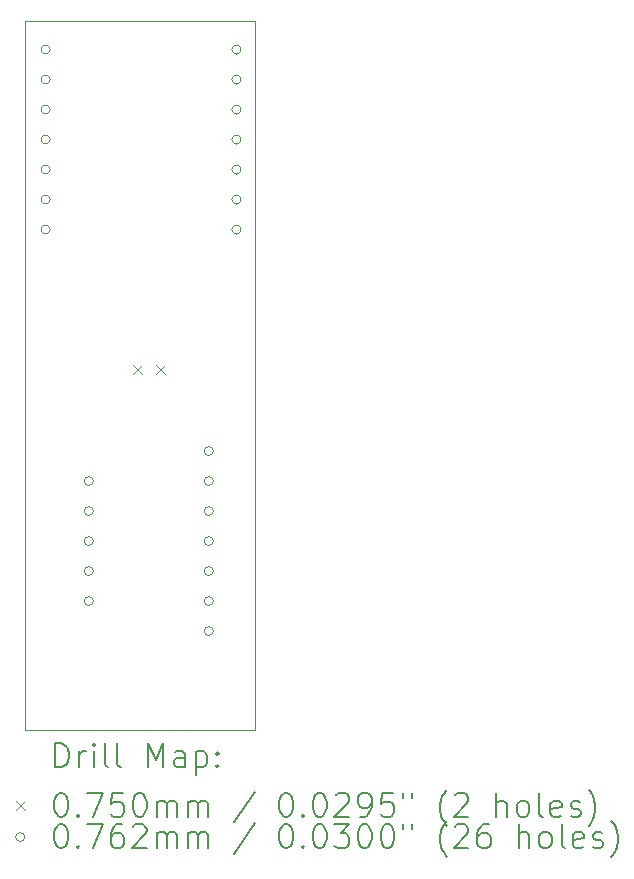
<source format=gbr>
%TF.GenerationSoftware,KiCad,Pcbnew,8.0.1*%
%TF.CreationDate,2024-04-20T15:27:41+02:00*%
%TF.ProjectId,systek_jumpsensor,73797374-656b-45f6-9a75-6d7073656e73,rev?*%
%TF.SameCoordinates,Original*%
%TF.FileFunction,Drillmap*%
%TF.FilePolarity,Positive*%
%FSLAX45Y45*%
G04 Gerber Fmt 4.5, Leading zero omitted, Abs format (unit mm)*
G04 Created by KiCad (PCBNEW 8.0.1) date 2024-04-20 15:27:41*
%MOMM*%
%LPD*%
G01*
G04 APERTURE LIST*
%ADD10C,0.050000*%
%ADD11C,0.200000*%
%ADD12C,0.100000*%
G04 APERTURE END LIST*
D10*
X13650000Y-7500000D02*
X15600000Y-7500000D01*
X15600000Y-13500000D01*
X13650000Y-13500000D01*
X13650000Y-7500000D01*
D11*
D12*
X14562500Y-10412500D02*
X14637500Y-10487500D01*
X14637500Y-10412500D02*
X14562500Y-10487500D01*
X14762500Y-10412500D02*
X14837500Y-10487500D01*
X14837500Y-10412500D02*
X14762500Y-10487500D01*
X13862212Y-7738380D02*
G75*
G02*
X13786012Y-7738380I-38100J0D01*
G01*
X13786012Y-7738380D02*
G75*
G02*
X13862212Y-7738380I38100J0D01*
G01*
X13862212Y-7992380D02*
G75*
G02*
X13786012Y-7992380I-38100J0D01*
G01*
X13786012Y-7992380D02*
G75*
G02*
X13862212Y-7992380I38100J0D01*
G01*
X13862212Y-8246380D02*
G75*
G02*
X13786012Y-8246380I-38100J0D01*
G01*
X13786012Y-8246380D02*
G75*
G02*
X13862212Y-8246380I38100J0D01*
G01*
X13862212Y-8500380D02*
G75*
G02*
X13786012Y-8500380I-38100J0D01*
G01*
X13786012Y-8500380D02*
G75*
G02*
X13862212Y-8500380I38100J0D01*
G01*
X13862212Y-8754380D02*
G75*
G02*
X13786012Y-8754380I-38100J0D01*
G01*
X13786012Y-8754380D02*
G75*
G02*
X13862212Y-8754380I38100J0D01*
G01*
X13862212Y-9008380D02*
G75*
G02*
X13786012Y-9008380I-38100J0D01*
G01*
X13786012Y-9008380D02*
G75*
G02*
X13862212Y-9008380I38100J0D01*
G01*
X13862212Y-9262380D02*
G75*
G02*
X13786012Y-9262380I-38100J0D01*
G01*
X13786012Y-9262380D02*
G75*
G02*
X13862212Y-9262380I38100J0D01*
G01*
X14228700Y-11392000D02*
G75*
G02*
X14152500Y-11392000I-38100J0D01*
G01*
X14152500Y-11392000D02*
G75*
G02*
X14228700Y-11392000I38100J0D01*
G01*
X14228700Y-11646000D02*
G75*
G02*
X14152500Y-11646000I-38100J0D01*
G01*
X14152500Y-11646000D02*
G75*
G02*
X14228700Y-11646000I38100J0D01*
G01*
X14228700Y-11900000D02*
G75*
G02*
X14152500Y-11900000I-38100J0D01*
G01*
X14152500Y-11900000D02*
G75*
G02*
X14228700Y-11900000I38100J0D01*
G01*
X14228700Y-12154000D02*
G75*
G02*
X14152500Y-12154000I-38100J0D01*
G01*
X14152500Y-12154000D02*
G75*
G02*
X14228700Y-12154000I38100J0D01*
G01*
X14228700Y-12408000D02*
G75*
G02*
X14152500Y-12408000I-38100J0D01*
G01*
X14152500Y-12408000D02*
G75*
G02*
X14228700Y-12408000I38100J0D01*
G01*
X15244700Y-11138000D02*
G75*
G02*
X15168500Y-11138000I-38100J0D01*
G01*
X15168500Y-11138000D02*
G75*
G02*
X15244700Y-11138000I38100J0D01*
G01*
X15244700Y-11392000D02*
G75*
G02*
X15168500Y-11392000I-38100J0D01*
G01*
X15168500Y-11392000D02*
G75*
G02*
X15244700Y-11392000I38100J0D01*
G01*
X15244700Y-11646000D02*
G75*
G02*
X15168500Y-11646000I-38100J0D01*
G01*
X15168500Y-11646000D02*
G75*
G02*
X15244700Y-11646000I38100J0D01*
G01*
X15244700Y-11900000D02*
G75*
G02*
X15168500Y-11900000I-38100J0D01*
G01*
X15168500Y-11900000D02*
G75*
G02*
X15244700Y-11900000I38100J0D01*
G01*
X15244700Y-12154000D02*
G75*
G02*
X15168500Y-12154000I-38100J0D01*
G01*
X15168500Y-12154000D02*
G75*
G02*
X15244700Y-12154000I38100J0D01*
G01*
X15244700Y-12408000D02*
G75*
G02*
X15168500Y-12408000I-38100J0D01*
G01*
X15168500Y-12408000D02*
G75*
G02*
X15244700Y-12408000I38100J0D01*
G01*
X15244700Y-12662000D02*
G75*
G02*
X15168500Y-12662000I-38100J0D01*
G01*
X15168500Y-12662000D02*
G75*
G02*
X15244700Y-12662000I38100J0D01*
G01*
X15478668Y-7738380D02*
G75*
G02*
X15402468Y-7738380I-38100J0D01*
G01*
X15402468Y-7738380D02*
G75*
G02*
X15478668Y-7738380I38100J0D01*
G01*
X15478668Y-7992380D02*
G75*
G02*
X15402468Y-7992380I-38100J0D01*
G01*
X15402468Y-7992380D02*
G75*
G02*
X15478668Y-7992380I38100J0D01*
G01*
X15478668Y-8246380D02*
G75*
G02*
X15402468Y-8246380I-38100J0D01*
G01*
X15402468Y-8246380D02*
G75*
G02*
X15478668Y-8246380I38100J0D01*
G01*
X15478668Y-8500380D02*
G75*
G02*
X15402468Y-8500380I-38100J0D01*
G01*
X15402468Y-8500380D02*
G75*
G02*
X15478668Y-8500380I38100J0D01*
G01*
X15478668Y-8754380D02*
G75*
G02*
X15402468Y-8754380I-38100J0D01*
G01*
X15402468Y-8754380D02*
G75*
G02*
X15478668Y-8754380I38100J0D01*
G01*
X15478668Y-9008380D02*
G75*
G02*
X15402468Y-9008380I-38100J0D01*
G01*
X15402468Y-9008380D02*
G75*
G02*
X15478668Y-9008380I38100J0D01*
G01*
X15478668Y-9262380D02*
G75*
G02*
X15402468Y-9262380I-38100J0D01*
G01*
X15402468Y-9262380D02*
G75*
G02*
X15478668Y-9262380I38100J0D01*
G01*
D11*
X13908277Y-13813984D02*
X13908277Y-13613984D01*
X13908277Y-13613984D02*
X13955896Y-13613984D01*
X13955896Y-13613984D02*
X13984467Y-13623508D01*
X13984467Y-13623508D02*
X14003515Y-13642555D01*
X14003515Y-13642555D02*
X14013039Y-13661603D01*
X14013039Y-13661603D02*
X14022562Y-13699698D01*
X14022562Y-13699698D02*
X14022562Y-13728269D01*
X14022562Y-13728269D02*
X14013039Y-13766365D01*
X14013039Y-13766365D02*
X14003515Y-13785412D01*
X14003515Y-13785412D02*
X13984467Y-13804460D01*
X13984467Y-13804460D02*
X13955896Y-13813984D01*
X13955896Y-13813984D02*
X13908277Y-13813984D01*
X14108277Y-13813984D02*
X14108277Y-13680650D01*
X14108277Y-13718746D02*
X14117801Y-13699698D01*
X14117801Y-13699698D02*
X14127324Y-13690174D01*
X14127324Y-13690174D02*
X14146372Y-13680650D01*
X14146372Y-13680650D02*
X14165420Y-13680650D01*
X14232086Y-13813984D02*
X14232086Y-13680650D01*
X14232086Y-13613984D02*
X14222562Y-13623508D01*
X14222562Y-13623508D02*
X14232086Y-13633031D01*
X14232086Y-13633031D02*
X14241610Y-13623508D01*
X14241610Y-13623508D02*
X14232086Y-13613984D01*
X14232086Y-13613984D02*
X14232086Y-13633031D01*
X14355896Y-13813984D02*
X14336848Y-13804460D01*
X14336848Y-13804460D02*
X14327324Y-13785412D01*
X14327324Y-13785412D02*
X14327324Y-13613984D01*
X14460658Y-13813984D02*
X14441610Y-13804460D01*
X14441610Y-13804460D02*
X14432086Y-13785412D01*
X14432086Y-13785412D02*
X14432086Y-13613984D01*
X14689229Y-13813984D02*
X14689229Y-13613984D01*
X14689229Y-13613984D02*
X14755896Y-13756841D01*
X14755896Y-13756841D02*
X14822562Y-13613984D01*
X14822562Y-13613984D02*
X14822562Y-13813984D01*
X15003515Y-13813984D02*
X15003515Y-13709222D01*
X15003515Y-13709222D02*
X14993991Y-13690174D01*
X14993991Y-13690174D02*
X14974943Y-13680650D01*
X14974943Y-13680650D02*
X14936848Y-13680650D01*
X14936848Y-13680650D02*
X14917801Y-13690174D01*
X15003515Y-13804460D02*
X14984467Y-13813984D01*
X14984467Y-13813984D02*
X14936848Y-13813984D01*
X14936848Y-13813984D02*
X14917801Y-13804460D01*
X14917801Y-13804460D02*
X14908277Y-13785412D01*
X14908277Y-13785412D02*
X14908277Y-13766365D01*
X14908277Y-13766365D02*
X14917801Y-13747317D01*
X14917801Y-13747317D02*
X14936848Y-13737793D01*
X14936848Y-13737793D02*
X14984467Y-13737793D01*
X14984467Y-13737793D02*
X15003515Y-13728269D01*
X15098753Y-13680650D02*
X15098753Y-13880650D01*
X15098753Y-13690174D02*
X15117801Y-13680650D01*
X15117801Y-13680650D02*
X15155896Y-13680650D01*
X15155896Y-13680650D02*
X15174943Y-13690174D01*
X15174943Y-13690174D02*
X15184467Y-13699698D01*
X15184467Y-13699698D02*
X15193991Y-13718746D01*
X15193991Y-13718746D02*
X15193991Y-13775888D01*
X15193991Y-13775888D02*
X15184467Y-13794936D01*
X15184467Y-13794936D02*
X15174943Y-13804460D01*
X15174943Y-13804460D02*
X15155896Y-13813984D01*
X15155896Y-13813984D02*
X15117801Y-13813984D01*
X15117801Y-13813984D02*
X15098753Y-13804460D01*
X15279705Y-13794936D02*
X15289229Y-13804460D01*
X15289229Y-13804460D02*
X15279705Y-13813984D01*
X15279705Y-13813984D02*
X15270182Y-13804460D01*
X15270182Y-13804460D02*
X15279705Y-13794936D01*
X15279705Y-13794936D02*
X15279705Y-13813984D01*
X15279705Y-13690174D02*
X15289229Y-13699698D01*
X15289229Y-13699698D02*
X15279705Y-13709222D01*
X15279705Y-13709222D02*
X15270182Y-13699698D01*
X15270182Y-13699698D02*
X15279705Y-13690174D01*
X15279705Y-13690174D02*
X15279705Y-13709222D01*
D12*
X13572500Y-14105000D02*
X13647500Y-14180000D01*
X13647500Y-14105000D02*
X13572500Y-14180000D01*
D11*
X13946372Y-14033984D02*
X13965420Y-14033984D01*
X13965420Y-14033984D02*
X13984467Y-14043508D01*
X13984467Y-14043508D02*
X13993991Y-14053031D01*
X13993991Y-14053031D02*
X14003515Y-14072079D01*
X14003515Y-14072079D02*
X14013039Y-14110174D01*
X14013039Y-14110174D02*
X14013039Y-14157793D01*
X14013039Y-14157793D02*
X14003515Y-14195888D01*
X14003515Y-14195888D02*
X13993991Y-14214936D01*
X13993991Y-14214936D02*
X13984467Y-14224460D01*
X13984467Y-14224460D02*
X13965420Y-14233984D01*
X13965420Y-14233984D02*
X13946372Y-14233984D01*
X13946372Y-14233984D02*
X13927324Y-14224460D01*
X13927324Y-14224460D02*
X13917801Y-14214936D01*
X13917801Y-14214936D02*
X13908277Y-14195888D01*
X13908277Y-14195888D02*
X13898753Y-14157793D01*
X13898753Y-14157793D02*
X13898753Y-14110174D01*
X13898753Y-14110174D02*
X13908277Y-14072079D01*
X13908277Y-14072079D02*
X13917801Y-14053031D01*
X13917801Y-14053031D02*
X13927324Y-14043508D01*
X13927324Y-14043508D02*
X13946372Y-14033984D01*
X14098753Y-14214936D02*
X14108277Y-14224460D01*
X14108277Y-14224460D02*
X14098753Y-14233984D01*
X14098753Y-14233984D02*
X14089229Y-14224460D01*
X14089229Y-14224460D02*
X14098753Y-14214936D01*
X14098753Y-14214936D02*
X14098753Y-14233984D01*
X14174943Y-14033984D02*
X14308277Y-14033984D01*
X14308277Y-14033984D02*
X14222562Y-14233984D01*
X14479705Y-14033984D02*
X14384467Y-14033984D01*
X14384467Y-14033984D02*
X14374943Y-14129222D01*
X14374943Y-14129222D02*
X14384467Y-14119698D01*
X14384467Y-14119698D02*
X14403515Y-14110174D01*
X14403515Y-14110174D02*
X14451134Y-14110174D01*
X14451134Y-14110174D02*
X14470182Y-14119698D01*
X14470182Y-14119698D02*
X14479705Y-14129222D01*
X14479705Y-14129222D02*
X14489229Y-14148269D01*
X14489229Y-14148269D02*
X14489229Y-14195888D01*
X14489229Y-14195888D02*
X14479705Y-14214936D01*
X14479705Y-14214936D02*
X14470182Y-14224460D01*
X14470182Y-14224460D02*
X14451134Y-14233984D01*
X14451134Y-14233984D02*
X14403515Y-14233984D01*
X14403515Y-14233984D02*
X14384467Y-14224460D01*
X14384467Y-14224460D02*
X14374943Y-14214936D01*
X14613039Y-14033984D02*
X14632086Y-14033984D01*
X14632086Y-14033984D02*
X14651134Y-14043508D01*
X14651134Y-14043508D02*
X14660658Y-14053031D01*
X14660658Y-14053031D02*
X14670182Y-14072079D01*
X14670182Y-14072079D02*
X14679705Y-14110174D01*
X14679705Y-14110174D02*
X14679705Y-14157793D01*
X14679705Y-14157793D02*
X14670182Y-14195888D01*
X14670182Y-14195888D02*
X14660658Y-14214936D01*
X14660658Y-14214936D02*
X14651134Y-14224460D01*
X14651134Y-14224460D02*
X14632086Y-14233984D01*
X14632086Y-14233984D02*
X14613039Y-14233984D01*
X14613039Y-14233984D02*
X14593991Y-14224460D01*
X14593991Y-14224460D02*
X14584467Y-14214936D01*
X14584467Y-14214936D02*
X14574943Y-14195888D01*
X14574943Y-14195888D02*
X14565420Y-14157793D01*
X14565420Y-14157793D02*
X14565420Y-14110174D01*
X14565420Y-14110174D02*
X14574943Y-14072079D01*
X14574943Y-14072079D02*
X14584467Y-14053031D01*
X14584467Y-14053031D02*
X14593991Y-14043508D01*
X14593991Y-14043508D02*
X14613039Y-14033984D01*
X14765420Y-14233984D02*
X14765420Y-14100650D01*
X14765420Y-14119698D02*
X14774943Y-14110174D01*
X14774943Y-14110174D02*
X14793991Y-14100650D01*
X14793991Y-14100650D02*
X14822563Y-14100650D01*
X14822563Y-14100650D02*
X14841610Y-14110174D01*
X14841610Y-14110174D02*
X14851134Y-14129222D01*
X14851134Y-14129222D02*
X14851134Y-14233984D01*
X14851134Y-14129222D02*
X14860658Y-14110174D01*
X14860658Y-14110174D02*
X14879705Y-14100650D01*
X14879705Y-14100650D02*
X14908277Y-14100650D01*
X14908277Y-14100650D02*
X14927324Y-14110174D01*
X14927324Y-14110174D02*
X14936848Y-14129222D01*
X14936848Y-14129222D02*
X14936848Y-14233984D01*
X15032086Y-14233984D02*
X15032086Y-14100650D01*
X15032086Y-14119698D02*
X15041610Y-14110174D01*
X15041610Y-14110174D02*
X15060658Y-14100650D01*
X15060658Y-14100650D02*
X15089229Y-14100650D01*
X15089229Y-14100650D02*
X15108277Y-14110174D01*
X15108277Y-14110174D02*
X15117801Y-14129222D01*
X15117801Y-14129222D02*
X15117801Y-14233984D01*
X15117801Y-14129222D02*
X15127324Y-14110174D01*
X15127324Y-14110174D02*
X15146372Y-14100650D01*
X15146372Y-14100650D02*
X15174943Y-14100650D01*
X15174943Y-14100650D02*
X15193991Y-14110174D01*
X15193991Y-14110174D02*
X15203515Y-14129222D01*
X15203515Y-14129222D02*
X15203515Y-14233984D01*
X15593991Y-14024460D02*
X15422563Y-14281603D01*
X15851134Y-14033984D02*
X15870182Y-14033984D01*
X15870182Y-14033984D02*
X15889229Y-14043508D01*
X15889229Y-14043508D02*
X15898753Y-14053031D01*
X15898753Y-14053031D02*
X15908277Y-14072079D01*
X15908277Y-14072079D02*
X15917801Y-14110174D01*
X15917801Y-14110174D02*
X15917801Y-14157793D01*
X15917801Y-14157793D02*
X15908277Y-14195888D01*
X15908277Y-14195888D02*
X15898753Y-14214936D01*
X15898753Y-14214936D02*
X15889229Y-14224460D01*
X15889229Y-14224460D02*
X15870182Y-14233984D01*
X15870182Y-14233984D02*
X15851134Y-14233984D01*
X15851134Y-14233984D02*
X15832086Y-14224460D01*
X15832086Y-14224460D02*
X15822563Y-14214936D01*
X15822563Y-14214936D02*
X15813039Y-14195888D01*
X15813039Y-14195888D02*
X15803515Y-14157793D01*
X15803515Y-14157793D02*
X15803515Y-14110174D01*
X15803515Y-14110174D02*
X15813039Y-14072079D01*
X15813039Y-14072079D02*
X15822563Y-14053031D01*
X15822563Y-14053031D02*
X15832086Y-14043508D01*
X15832086Y-14043508D02*
X15851134Y-14033984D01*
X16003515Y-14214936D02*
X16013039Y-14224460D01*
X16013039Y-14224460D02*
X16003515Y-14233984D01*
X16003515Y-14233984D02*
X15993991Y-14224460D01*
X15993991Y-14224460D02*
X16003515Y-14214936D01*
X16003515Y-14214936D02*
X16003515Y-14233984D01*
X16136848Y-14033984D02*
X16155896Y-14033984D01*
X16155896Y-14033984D02*
X16174944Y-14043508D01*
X16174944Y-14043508D02*
X16184467Y-14053031D01*
X16184467Y-14053031D02*
X16193991Y-14072079D01*
X16193991Y-14072079D02*
X16203515Y-14110174D01*
X16203515Y-14110174D02*
X16203515Y-14157793D01*
X16203515Y-14157793D02*
X16193991Y-14195888D01*
X16193991Y-14195888D02*
X16184467Y-14214936D01*
X16184467Y-14214936D02*
X16174944Y-14224460D01*
X16174944Y-14224460D02*
X16155896Y-14233984D01*
X16155896Y-14233984D02*
X16136848Y-14233984D01*
X16136848Y-14233984D02*
X16117801Y-14224460D01*
X16117801Y-14224460D02*
X16108277Y-14214936D01*
X16108277Y-14214936D02*
X16098753Y-14195888D01*
X16098753Y-14195888D02*
X16089229Y-14157793D01*
X16089229Y-14157793D02*
X16089229Y-14110174D01*
X16089229Y-14110174D02*
X16098753Y-14072079D01*
X16098753Y-14072079D02*
X16108277Y-14053031D01*
X16108277Y-14053031D02*
X16117801Y-14043508D01*
X16117801Y-14043508D02*
X16136848Y-14033984D01*
X16279706Y-14053031D02*
X16289229Y-14043508D01*
X16289229Y-14043508D02*
X16308277Y-14033984D01*
X16308277Y-14033984D02*
X16355896Y-14033984D01*
X16355896Y-14033984D02*
X16374944Y-14043508D01*
X16374944Y-14043508D02*
X16384467Y-14053031D01*
X16384467Y-14053031D02*
X16393991Y-14072079D01*
X16393991Y-14072079D02*
X16393991Y-14091127D01*
X16393991Y-14091127D02*
X16384467Y-14119698D01*
X16384467Y-14119698D02*
X16270182Y-14233984D01*
X16270182Y-14233984D02*
X16393991Y-14233984D01*
X16489229Y-14233984D02*
X16527325Y-14233984D01*
X16527325Y-14233984D02*
X16546372Y-14224460D01*
X16546372Y-14224460D02*
X16555896Y-14214936D01*
X16555896Y-14214936D02*
X16574944Y-14186365D01*
X16574944Y-14186365D02*
X16584467Y-14148269D01*
X16584467Y-14148269D02*
X16584467Y-14072079D01*
X16584467Y-14072079D02*
X16574944Y-14053031D01*
X16574944Y-14053031D02*
X16565420Y-14043508D01*
X16565420Y-14043508D02*
X16546372Y-14033984D01*
X16546372Y-14033984D02*
X16508277Y-14033984D01*
X16508277Y-14033984D02*
X16489229Y-14043508D01*
X16489229Y-14043508D02*
X16479706Y-14053031D01*
X16479706Y-14053031D02*
X16470182Y-14072079D01*
X16470182Y-14072079D02*
X16470182Y-14119698D01*
X16470182Y-14119698D02*
X16479706Y-14138746D01*
X16479706Y-14138746D02*
X16489229Y-14148269D01*
X16489229Y-14148269D02*
X16508277Y-14157793D01*
X16508277Y-14157793D02*
X16546372Y-14157793D01*
X16546372Y-14157793D02*
X16565420Y-14148269D01*
X16565420Y-14148269D02*
X16574944Y-14138746D01*
X16574944Y-14138746D02*
X16584467Y-14119698D01*
X16765420Y-14033984D02*
X16670182Y-14033984D01*
X16670182Y-14033984D02*
X16660658Y-14129222D01*
X16660658Y-14129222D02*
X16670182Y-14119698D01*
X16670182Y-14119698D02*
X16689229Y-14110174D01*
X16689229Y-14110174D02*
X16736848Y-14110174D01*
X16736848Y-14110174D02*
X16755896Y-14119698D01*
X16755896Y-14119698D02*
X16765420Y-14129222D01*
X16765420Y-14129222D02*
X16774944Y-14148269D01*
X16774944Y-14148269D02*
X16774944Y-14195888D01*
X16774944Y-14195888D02*
X16765420Y-14214936D01*
X16765420Y-14214936D02*
X16755896Y-14224460D01*
X16755896Y-14224460D02*
X16736848Y-14233984D01*
X16736848Y-14233984D02*
X16689229Y-14233984D01*
X16689229Y-14233984D02*
X16670182Y-14224460D01*
X16670182Y-14224460D02*
X16660658Y-14214936D01*
X16851134Y-14033984D02*
X16851134Y-14072079D01*
X16927325Y-14033984D02*
X16927325Y-14072079D01*
X17222563Y-14310174D02*
X17213039Y-14300650D01*
X17213039Y-14300650D02*
X17193991Y-14272079D01*
X17193991Y-14272079D02*
X17184468Y-14253031D01*
X17184468Y-14253031D02*
X17174944Y-14224460D01*
X17174944Y-14224460D02*
X17165420Y-14176841D01*
X17165420Y-14176841D02*
X17165420Y-14138746D01*
X17165420Y-14138746D02*
X17174944Y-14091127D01*
X17174944Y-14091127D02*
X17184468Y-14062555D01*
X17184468Y-14062555D02*
X17193991Y-14043508D01*
X17193991Y-14043508D02*
X17213039Y-14014936D01*
X17213039Y-14014936D02*
X17222563Y-14005412D01*
X17289230Y-14053031D02*
X17298753Y-14043508D01*
X17298753Y-14043508D02*
X17317801Y-14033984D01*
X17317801Y-14033984D02*
X17365420Y-14033984D01*
X17365420Y-14033984D02*
X17384468Y-14043508D01*
X17384468Y-14043508D02*
X17393991Y-14053031D01*
X17393991Y-14053031D02*
X17403515Y-14072079D01*
X17403515Y-14072079D02*
X17403515Y-14091127D01*
X17403515Y-14091127D02*
X17393991Y-14119698D01*
X17393991Y-14119698D02*
X17279706Y-14233984D01*
X17279706Y-14233984D02*
X17403515Y-14233984D01*
X17641611Y-14233984D02*
X17641611Y-14033984D01*
X17727325Y-14233984D02*
X17727325Y-14129222D01*
X17727325Y-14129222D02*
X17717801Y-14110174D01*
X17717801Y-14110174D02*
X17698753Y-14100650D01*
X17698753Y-14100650D02*
X17670182Y-14100650D01*
X17670182Y-14100650D02*
X17651134Y-14110174D01*
X17651134Y-14110174D02*
X17641611Y-14119698D01*
X17851134Y-14233984D02*
X17832087Y-14224460D01*
X17832087Y-14224460D02*
X17822563Y-14214936D01*
X17822563Y-14214936D02*
X17813039Y-14195888D01*
X17813039Y-14195888D02*
X17813039Y-14138746D01*
X17813039Y-14138746D02*
X17822563Y-14119698D01*
X17822563Y-14119698D02*
X17832087Y-14110174D01*
X17832087Y-14110174D02*
X17851134Y-14100650D01*
X17851134Y-14100650D02*
X17879706Y-14100650D01*
X17879706Y-14100650D02*
X17898753Y-14110174D01*
X17898753Y-14110174D02*
X17908277Y-14119698D01*
X17908277Y-14119698D02*
X17917801Y-14138746D01*
X17917801Y-14138746D02*
X17917801Y-14195888D01*
X17917801Y-14195888D02*
X17908277Y-14214936D01*
X17908277Y-14214936D02*
X17898753Y-14224460D01*
X17898753Y-14224460D02*
X17879706Y-14233984D01*
X17879706Y-14233984D02*
X17851134Y-14233984D01*
X18032087Y-14233984D02*
X18013039Y-14224460D01*
X18013039Y-14224460D02*
X18003515Y-14205412D01*
X18003515Y-14205412D02*
X18003515Y-14033984D01*
X18184468Y-14224460D02*
X18165420Y-14233984D01*
X18165420Y-14233984D02*
X18127325Y-14233984D01*
X18127325Y-14233984D02*
X18108277Y-14224460D01*
X18108277Y-14224460D02*
X18098753Y-14205412D01*
X18098753Y-14205412D02*
X18098753Y-14129222D01*
X18098753Y-14129222D02*
X18108277Y-14110174D01*
X18108277Y-14110174D02*
X18127325Y-14100650D01*
X18127325Y-14100650D02*
X18165420Y-14100650D01*
X18165420Y-14100650D02*
X18184468Y-14110174D01*
X18184468Y-14110174D02*
X18193992Y-14129222D01*
X18193992Y-14129222D02*
X18193992Y-14148269D01*
X18193992Y-14148269D02*
X18098753Y-14167317D01*
X18270182Y-14224460D02*
X18289230Y-14233984D01*
X18289230Y-14233984D02*
X18327325Y-14233984D01*
X18327325Y-14233984D02*
X18346373Y-14224460D01*
X18346373Y-14224460D02*
X18355896Y-14205412D01*
X18355896Y-14205412D02*
X18355896Y-14195888D01*
X18355896Y-14195888D02*
X18346373Y-14176841D01*
X18346373Y-14176841D02*
X18327325Y-14167317D01*
X18327325Y-14167317D02*
X18298753Y-14167317D01*
X18298753Y-14167317D02*
X18279706Y-14157793D01*
X18279706Y-14157793D02*
X18270182Y-14138746D01*
X18270182Y-14138746D02*
X18270182Y-14129222D01*
X18270182Y-14129222D02*
X18279706Y-14110174D01*
X18279706Y-14110174D02*
X18298753Y-14100650D01*
X18298753Y-14100650D02*
X18327325Y-14100650D01*
X18327325Y-14100650D02*
X18346373Y-14110174D01*
X18422563Y-14310174D02*
X18432087Y-14300650D01*
X18432087Y-14300650D02*
X18451134Y-14272079D01*
X18451134Y-14272079D02*
X18460658Y-14253031D01*
X18460658Y-14253031D02*
X18470182Y-14224460D01*
X18470182Y-14224460D02*
X18479706Y-14176841D01*
X18479706Y-14176841D02*
X18479706Y-14138746D01*
X18479706Y-14138746D02*
X18470182Y-14091127D01*
X18470182Y-14091127D02*
X18460658Y-14062555D01*
X18460658Y-14062555D02*
X18451134Y-14043508D01*
X18451134Y-14043508D02*
X18432087Y-14014936D01*
X18432087Y-14014936D02*
X18422563Y-14005412D01*
D12*
X13647500Y-14406500D02*
G75*
G02*
X13571300Y-14406500I-38100J0D01*
G01*
X13571300Y-14406500D02*
G75*
G02*
X13647500Y-14406500I38100J0D01*
G01*
D11*
X13946372Y-14297984D02*
X13965420Y-14297984D01*
X13965420Y-14297984D02*
X13984467Y-14307508D01*
X13984467Y-14307508D02*
X13993991Y-14317031D01*
X13993991Y-14317031D02*
X14003515Y-14336079D01*
X14003515Y-14336079D02*
X14013039Y-14374174D01*
X14013039Y-14374174D02*
X14013039Y-14421793D01*
X14013039Y-14421793D02*
X14003515Y-14459888D01*
X14003515Y-14459888D02*
X13993991Y-14478936D01*
X13993991Y-14478936D02*
X13984467Y-14488460D01*
X13984467Y-14488460D02*
X13965420Y-14497984D01*
X13965420Y-14497984D02*
X13946372Y-14497984D01*
X13946372Y-14497984D02*
X13927324Y-14488460D01*
X13927324Y-14488460D02*
X13917801Y-14478936D01*
X13917801Y-14478936D02*
X13908277Y-14459888D01*
X13908277Y-14459888D02*
X13898753Y-14421793D01*
X13898753Y-14421793D02*
X13898753Y-14374174D01*
X13898753Y-14374174D02*
X13908277Y-14336079D01*
X13908277Y-14336079D02*
X13917801Y-14317031D01*
X13917801Y-14317031D02*
X13927324Y-14307508D01*
X13927324Y-14307508D02*
X13946372Y-14297984D01*
X14098753Y-14478936D02*
X14108277Y-14488460D01*
X14108277Y-14488460D02*
X14098753Y-14497984D01*
X14098753Y-14497984D02*
X14089229Y-14488460D01*
X14089229Y-14488460D02*
X14098753Y-14478936D01*
X14098753Y-14478936D02*
X14098753Y-14497984D01*
X14174943Y-14297984D02*
X14308277Y-14297984D01*
X14308277Y-14297984D02*
X14222562Y-14497984D01*
X14470182Y-14297984D02*
X14432086Y-14297984D01*
X14432086Y-14297984D02*
X14413039Y-14307508D01*
X14413039Y-14307508D02*
X14403515Y-14317031D01*
X14403515Y-14317031D02*
X14384467Y-14345603D01*
X14384467Y-14345603D02*
X14374943Y-14383698D01*
X14374943Y-14383698D02*
X14374943Y-14459888D01*
X14374943Y-14459888D02*
X14384467Y-14478936D01*
X14384467Y-14478936D02*
X14393991Y-14488460D01*
X14393991Y-14488460D02*
X14413039Y-14497984D01*
X14413039Y-14497984D02*
X14451134Y-14497984D01*
X14451134Y-14497984D02*
X14470182Y-14488460D01*
X14470182Y-14488460D02*
X14479705Y-14478936D01*
X14479705Y-14478936D02*
X14489229Y-14459888D01*
X14489229Y-14459888D02*
X14489229Y-14412269D01*
X14489229Y-14412269D02*
X14479705Y-14393222D01*
X14479705Y-14393222D02*
X14470182Y-14383698D01*
X14470182Y-14383698D02*
X14451134Y-14374174D01*
X14451134Y-14374174D02*
X14413039Y-14374174D01*
X14413039Y-14374174D02*
X14393991Y-14383698D01*
X14393991Y-14383698D02*
X14384467Y-14393222D01*
X14384467Y-14393222D02*
X14374943Y-14412269D01*
X14565420Y-14317031D02*
X14574943Y-14307508D01*
X14574943Y-14307508D02*
X14593991Y-14297984D01*
X14593991Y-14297984D02*
X14641610Y-14297984D01*
X14641610Y-14297984D02*
X14660658Y-14307508D01*
X14660658Y-14307508D02*
X14670182Y-14317031D01*
X14670182Y-14317031D02*
X14679705Y-14336079D01*
X14679705Y-14336079D02*
X14679705Y-14355127D01*
X14679705Y-14355127D02*
X14670182Y-14383698D01*
X14670182Y-14383698D02*
X14555896Y-14497984D01*
X14555896Y-14497984D02*
X14679705Y-14497984D01*
X14765420Y-14497984D02*
X14765420Y-14364650D01*
X14765420Y-14383698D02*
X14774943Y-14374174D01*
X14774943Y-14374174D02*
X14793991Y-14364650D01*
X14793991Y-14364650D02*
X14822563Y-14364650D01*
X14822563Y-14364650D02*
X14841610Y-14374174D01*
X14841610Y-14374174D02*
X14851134Y-14393222D01*
X14851134Y-14393222D02*
X14851134Y-14497984D01*
X14851134Y-14393222D02*
X14860658Y-14374174D01*
X14860658Y-14374174D02*
X14879705Y-14364650D01*
X14879705Y-14364650D02*
X14908277Y-14364650D01*
X14908277Y-14364650D02*
X14927324Y-14374174D01*
X14927324Y-14374174D02*
X14936848Y-14393222D01*
X14936848Y-14393222D02*
X14936848Y-14497984D01*
X15032086Y-14497984D02*
X15032086Y-14364650D01*
X15032086Y-14383698D02*
X15041610Y-14374174D01*
X15041610Y-14374174D02*
X15060658Y-14364650D01*
X15060658Y-14364650D02*
X15089229Y-14364650D01*
X15089229Y-14364650D02*
X15108277Y-14374174D01*
X15108277Y-14374174D02*
X15117801Y-14393222D01*
X15117801Y-14393222D02*
X15117801Y-14497984D01*
X15117801Y-14393222D02*
X15127324Y-14374174D01*
X15127324Y-14374174D02*
X15146372Y-14364650D01*
X15146372Y-14364650D02*
X15174943Y-14364650D01*
X15174943Y-14364650D02*
X15193991Y-14374174D01*
X15193991Y-14374174D02*
X15203515Y-14393222D01*
X15203515Y-14393222D02*
X15203515Y-14497984D01*
X15593991Y-14288460D02*
X15422563Y-14545603D01*
X15851134Y-14297984D02*
X15870182Y-14297984D01*
X15870182Y-14297984D02*
X15889229Y-14307508D01*
X15889229Y-14307508D02*
X15898753Y-14317031D01*
X15898753Y-14317031D02*
X15908277Y-14336079D01*
X15908277Y-14336079D02*
X15917801Y-14374174D01*
X15917801Y-14374174D02*
X15917801Y-14421793D01*
X15917801Y-14421793D02*
X15908277Y-14459888D01*
X15908277Y-14459888D02*
X15898753Y-14478936D01*
X15898753Y-14478936D02*
X15889229Y-14488460D01*
X15889229Y-14488460D02*
X15870182Y-14497984D01*
X15870182Y-14497984D02*
X15851134Y-14497984D01*
X15851134Y-14497984D02*
X15832086Y-14488460D01*
X15832086Y-14488460D02*
X15822563Y-14478936D01*
X15822563Y-14478936D02*
X15813039Y-14459888D01*
X15813039Y-14459888D02*
X15803515Y-14421793D01*
X15803515Y-14421793D02*
X15803515Y-14374174D01*
X15803515Y-14374174D02*
X15813039Y-14336079D01*
X15813039Y-14336079D02*
X15822563Y-14317031D01*
X15822563Y-14317031D02*
X15832086Y-14307508D01*
X15832086Y-14307508D02*
X15851134Y-14297984D01*
X16003515Y-14478936D02*
X16013039Y-14488460D01*
X16013039Y-14488460D02*
X16003515Y-14497984D01*
X16003515Y-14497984D02*
X15993991Y-14488460D01*
X15993991Y-14488460D02*
X16003515Y-14478936D01*
X16003515Y-14478936D02*
X16003515Y-14497984D01*
X16136848Y-14297984D02*
X16155896Y-14297984D01*
X16155896Y-14297984D02*
X16174944Y-14307508D01*
X16174944Y-14307508D02*
X16184467Y-14317031D01*
X16184467Y-14317031D02*
X16193991Y-14336079D01*
X16193991Y-14336079D02*
X16203515Y-14374174D01*
X16203515Y-14374174D02*
X16203515Y-14421793D01*
X16203515Y-14421793D02*
X16193991Y-14459888D01*
X16193991Y-14459888D02*
X16184467Y-14478936D01*
X16184467Y-14478936D02*
X16174944Y-14488460D01*
X16174944Y-14488460D02*
X16155896Y-14497984D01*
X16155896Y-14497984D02*
X16136848Y-14497984D01*
X16136848Y-14497984D02*
X16117801Y-14488460D01*
X16117801Y-14488460D02*
X16108277Y-14478936D01*
X16108277Y-14478936D02*
X16098753Y-14459888D01*
X16098753Y-14459888D02*
X16089229Y-14421793D01*
X16089229Y-14421793D02*
X16089229Y-14374174D01*
X16089229Y-14374174D02*
X16098753Y-14336079D01*
X16098753Y-14336079D02*
X16108277Y-14317031D01*
X16108277Y-14317031D02*
X16117801Y-14307508D01*
X16117801Y-14307508D02*
X16136848Y-14297984D01*
X16270182Y-14297984D02*
X16393991Y-14297984D01*
X16393991Y-14297984D02*
X16327325Y-14374174D01*
X16327325Y-14374174D02*
X16355896Y-14374174D01*
X16355896Y-14374174D02*
X16374944Y-14383698D01*
X16374944Y-14383698D02*
X16384467Y-14393222D01*
X16384467Y-14393222D02*
X16393991Y-14412269D01*
X16393991Y-14412269D02*
X16393991Y-14459888D01*
X16393991Y-14459888D02*
X16384467Y-14478936D01*
X16384467Y-14478936D02*
X16374944Y-14488460D01*
X16374944Y-14488460D02*
X16355896Y-14497984D01*
X16355896Y-14497984D02*
X16298753Y-14497984D01*
X16298753Y-14497984D02*
X16279706Y-14488460D01*
X16279706Y-14488460D02*
X16270182Y-14478936D01*
X16517801Y-14297984D02*
X16536848Y-14297984D01*
X16536848Y-14297984D02*
X16555896Y-14307508D01*
X16555896Y-14307508D02*
X16565420Y-14317031D01*
X16565420Y-14317031D02*
X16574944Y-14336079D01*
X16574944Y-14336079D02*
X16584467Y-14374174D01*
X16584467Y-14374174D02*
X16584467Y-14421793D01*
X16584467Y-14421793D02*
X16574944Y-14459888D01*
X16574944Y-14459888D02*
X16565420Y-14478936D01*
X16565420Y-14478936D02*
X16555896Y-14488460D01*
X16555896Y-14488460D02*
X16536848Y-14497984D01*
X16536848Y-14497984D02*
X16517801Y-14497984D01*
X16517801Y-14497984D02*
X16498753Y-14488460D01*
X16498753Y-14488460D02*
X16489229Y-14478936D01*
X16489229Y-14478936D02*
X16479706Y-14459888D01*
X16479706Y-14459888D02*
X16470182Y-14421793D01*
X16470182Y-14421793D02*
X16470182Y-14374174D01*
X16470182Y-14374174D02*
X16479706Y-14336079D01*
X16479706Y-14336079D02*
X16489229Y-14317031D01*
X16489229Y-14317031D02*
X16498753Y-14307508D01*
X16498753Y-14307508D02*
X16517801Y-14297984D01*
X16708277Y-14297984D02*
X16727325Y-14297984D01*
X16727325Y-14297984D02*
X16746372Y-14307508D01*
X16746372Y-14307508D02*
X16755896Y-14317031D01*
X16755896Y-14317031D02*
X16765420Y-14336079D01*
X16765420Y-14336079D02*
X16774944Y-14374174D01*
X16774944Y-14374174D02*
X16774944Y-14421793D01*
X16774944Y-14421793D02*
X16765420Y-14459888D01*
X16765420Y-14459888D02*
X16755896Y-14478936D01*
X16755896Y-14478936D02*
X16746372Y-14488460D01*
X16746372Y-14488460D02*
X16727325Y-14497984D01*
X16727325Y-14497984D02*
X16708277Y-14497984D01*
X16708277Y-14497984D02*
X16689229Y-14488460D01*
X16689229Y-14488460D02*
X16679706Y-14478936D01*
X16679706Y-14478936D02*
X16670182Y-14459888D01*
X16670182Y-14459888D02*
X16660658Y-14421793D01*
X16660658Y-14421793D02*
X16660658Y-14374174D01*
X16660658Y-14374174D02*
X16670182Y-14336079D01*
X16670182Y-14336079D02*
X16679706Y-14317031D01*
X16679706Y-14317031D02*
X16689229Y-14307508D01*
X16689229Y-14307508D02*
X16708277Y-14297984D01*
X16851134Y-14297984D02*
X16851134Y-14336079D01*
X16927325Y-14297984D02*
X16927325Y-14336079D01*
X17222563Y-14574174D02*
X17213039Y-14564650D01*
X17213039Y-14564650D02*
X17193991Y-14536079D01*
X17193991Y-14536079D02*
X17184468Y-14517031D01*
X17184468Y-14517031D02*
X17174944Y-14488460D01*
X17174944Y-14488460D02*
X17165420Y-14440841D01*
X17165420Y-14440841D02*
X17165420Y-14402746D01*
X17165420Y-14402746D02*
X17174944Y-14355127D01*
X17174944Y-14355127D02*
X17184468Y-14326555D01*
X17184468Y-14326555D02*
X17193991Y-14307508D01*
X17193991Y-14307508D02*
X17213039Y-14278936D01*
X17213039Y-14278936D02*
X17222563Y-14269412D01*
X17289230Y-14317031D02*
X17298753Y-14307508D01*
X17298753Y-14307508D02*
X17317801Y-14297984D01*
X17317801Y-14297984D02*
X17365420Y-14297984D01*
X17365420Y-14297984D02*
X17384468Y-14307508D01*
X17384468Y-14307508D02*
X17393991Y-14317031D01*
X17393991Y-14317031D02*
X17403515Y-14336079D01*
X17403515Y-14336079D02*
X17403515Y-14355127D01*
X17403515Y-14355127D02*
X17393991Y-14383698D01*
X17393991Y-14383698D02*
X17279706Y-14497984D01*
X17279706Y-14497984D02*
X17403515Y-14497984D01*
X17574944Y-14297984D02*
X17536849Y-14297984D01*
X17536849Y-14297984D02*
X17517801Y-14307508D01*
X17517801Y-14307508D02*
X17508277Y-14317031D01*
X17508277Y-14317031D02*
X17489230Y-14345603D01*
X17489230Y-14345603D02*
X17479706Y-14383698D01*
X17479706Y-14383698D02*
X17479706Y-14459888D01*
X17479706Y-14459888D02*
X17489230Y-14478936D01*
X17489230Y-14478936D02*
X17498753Y-14488460D01*
X17498753Y-14488460D02*
X17517801Y-14497984D01*
X17517801Y-14497984D02*
X17555896Y-14497984D01*
X17555896Y-14497984D02*
X17574944Y-14488460D01*
X17574944Y-14488460D02*
X17584468Y-14478936D01*
X17584468Y-14478936D02*
X17593991Y-14459888D01*
X17593991Y-14459888D02*
X17593991Y-14412269D01*
X17593991Y-14412269D02*
X17584468Y-14393222D01*
X17584468Y-14393222D02*
X17574944Y-14383698D01*
X17574944Y-14383698D02*
X17555896Y-14374174D01*
X17555896Y-14374174D02*
X17517801Y-14374174D01*
X17517801Y-14374174D02*
X17498753Y-14383698D01*
X17498753Y-14383698D02*
X17489230Y-14393222D01*
X17489230Y-14393222D02*
X17479706Y-14412269D01*
X17832087Y-14497984D02*
X17832087Y-14297984D01*
X17917801Y-14497984D02*
X17917801Y-14393222D01*
X17917801Y-14393222D02*
X17908277Y-14374174D01*
X17908277Y-14374174D02*
X17889230Y-14364650D01*
X17889230Y-14364650D02*
X17860658Y-14364650D01*
X17860658Y-14364650D02*
X17841611Y-14374174D01*
X17841611Y-14374174D02*
X17832087Y-14383698D01*
X18041611Y-14497984D02*
X18022563Y-14488460D01*
X18022563Y-14488460D02*
X18013039Y-14478936D01*
X18013039Y-14478936D02*
X18003515Y-14459888D01*
X18003515Y-14459888D02*
X18003515Y-14402746D01*
X18003515Y-14402746D02*
X18013039Y-14383698D01*
X18013039Y-14383698D02*
X18022563Y-14374174D01*
X18022563Y-14374174D02*
X18041611Y-14364650D01*
X18041611Y-14364650D02*
X18070182Y-14364650D01*
X18070182Y-14364650D02*
X18089230Y-14374174D01*
X18089230Y-14374174D02*
X18098753Y-14383698D01*
X18098753Y-14383698D02*
X18108277Y-14402746D01*
X18108277Y-14402746D02*
X18108277Y-14459888D01*
X18108277Y-14459888D02*
X18098753Y-14478936D01*
X18098753Y-14478936D02*
X18089230Y-14488460D01*
X18089230Y-14488460D02*
X18070182Y-14497984D01*
X18070182Y-14497984D02*
X18041611Y-14497984D01*
X18222563Y-14497984D02*
X18203515Y-14488460D01*
X18203515Y-14488460D02*
X18193992Y-14469412D01*
X18193992Y-14469412D02*
X18193992Y-14297984D01*
X18374944Y-14488460D02*
X18355896Y-14497984D01*
X18355896Y-14497984D02*
X18317801Y-14497984D01*
X18317801Y-14497984D02*
X18298753Y-14488460D01*
X18298753Y-14488460D02*
X18289230Y-14469412D01*
X18289230Y-14469412D02*
X18289230Y-14393222D01*
X18289230Y-14393222D02*
X18298753Y-14374174D01*
X18298753Y-14374174D02*
X18317801Y-14364650D01*
X18317801Y-14364650D02*
X18355896Y-14364650D01*
X18355896Y-14364650D02*
X18374944Y-14374174D01*
X18374944Y-14374174D02*
X18384468Y-14393222D01*
X18384468Y-14393222D02*
X18384468Y-14412269D01*
X18384468Y-14412269D02*
X18289230Y-14431317D01*
X18460658Y-14488460D02*
X18479706Y-14497984D01*
X18479706Y-14497984D02*
X18517801Y-14497984D01*
X18517801Y-14497984D02*
X18536849Y-14488460D01*
X18536849Y-14488460D02*
X18546373Y-14469412D01*
X18546373Y-14469412D02*
X18546373Y-14459888D01*
X18546373Y-14459888D02*
X18536849Y-14440841D01*
X18536849Y-14440841D02*
X18517801Y-14431317D01*
X18517801Y-14431317D02*
X18489230Y-14431317D01*
X18489230Y-14431317D02*
X18470182Y-14421793D01*
X18470182Y-14421793D02*
X18460658Y-14402746D01*
X18460658Y-14402746D02*
X18460658Y-14393222D01*
X18460658Y-14393222D02*
X18470182Y-14374174D01*
X18470182Y-14374174D02*
X18489230Y-14364650D01*
X18489230Y-14364650D02*
X18517801Y-14364650D01*
X18517801Y-14364650D02*
X18536849Y-14374174D01*
X18613039Y-14574174D02*
X18622563Y-14564650D01*
X18622563Y-14564650D02*
X18641611Y-14536079D01*
X18641611Y-14536079D02*
X18651134Y-14517031D01*
X18651134Y-14517031D02*
X18660658Y-14488460D01*
X18660658Y-14488460D02*
X18670182Y-14440841D01*
X18670182Y-14440841D02*
X18670182Y-14402746D01*
X18670182Y-14402746D02*
X18660658Y-14355127D01*
X18660658Y-14355127D02*
X18651134Y-14326555D01*
X18651134Y-14326555D02*
X18641611Y-14307508D01*
X18641611Y-14307508D02*
X18622563Y-14278936D01*
X18622563Y-14278936D02*
X18613039Y-14269412D01*
M02*

</source>
